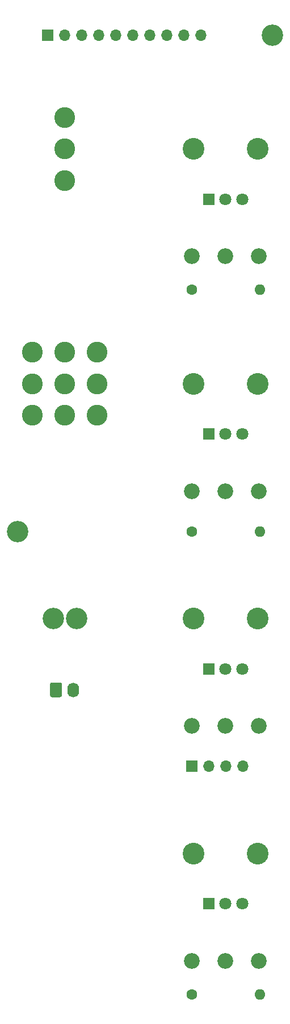
<source format=gbr>
%TF.GenerationSoftware,KiCad,Pcbnew,5.1.10-88a1d61d58~90~ubuntu20.04.1*%
%TF.CreationDate,2021-08-07T13:39:56-04:00*%
%TF.ProjectId,precadsr,70726563-6164-4737-922e-6b696361645f,rev?*%
%TF.SameCoordinates,Original*%
%TF.FileFunction,Soldermask,Top*%
%TF.FilePolarity,Negative*%
%FSLAX46Y46*%
G04 Gerber Fmt 4.6, Leading zero omitted, Abs format (unit mm)*
G04 Created by KiCad (PCBNEW 5.1.10-88a1d61d58~90~ubuntu20.04.1) date 2021-08-07 13:39:56*
%MOMM*%
%LPD*%
G01*
G04 APERTURE LIST*
%ADD10C,3.100000*%
%ADD11O,1.700000X1.700000*%
%ADD12R,1.700000X1.700000*%
%ADD13C,3.200000*%
%ADD14C,1.600000*%
%ADD15O,1.600000X1.600000*%
%ADD16C,3.240000*%
%ADD17C,1.800000*%
%ADD18R,1.800000X1.800000*%
%ADD19O,1.740000X2.200000*%
%ADD20C,2.340000*%
G04 APERTURE END LIST*
D10*
%TO.C,S1*%
X21170000Y-75000000D03*
X21170000Y-79700000D03*
X21170000Y-70300000D03*
X30830000Y-79700000D03*
X30830000Y-75000000D03*
X30830000Y-70300000D03*
X26000000Y-79700000D03*
X26000000Y-75000000D03*
X26000000Y-70300000D03*
%TD*%
D11*
%TO.C,J11*%
X52620000Y-132000000D03*
X50080000Y-132000000D03*
X47540000Y-132000000D03*
D12*
X45000000Y-132000000D03*
%TD*%
D11*
%TO.C,J10*%
X46320000Y-23000000D03*
X43780000Y-23000000D03*
X41240000Y-23000000D03*
X38700000Y-23000000D03*
X36160000Y-23000000D03*
X33620000Y-23000000D03*
X31080000Y-23000000D03*
X28540000Y-23000000D03*
X26000000Y-23000000D03*
D12*
X23460000Y-23000000D03*
%TD*%
D13*
%TO.C,H4*%
X19000000Y-97000000D03*
%TD*%
%TO.C,H2*%
X57000000Y-23000000D03*
%TD*%
D14*
%TO.C,R22*%
X45000000Y-97000000D03*
D15*
X55160000Y-97000000D03*
%TD*%
D14*
%TO.C,R23*%
X45000000Y-166000000D03*
D15*
X55160000Y-166000000D03*
%TD*%
D14*
%TO.C,R21*%
X45000000Y-61000000D03*
D15*
X55160000Y-61000000D03*
%TD*%
D10*
%TO.C,S2*%
X26000000Y-44700000D03*
X26000000Y-35300000D03*
X26000000Y-40000000D03*
%TD*%
D13*
%TO.C,S3*%
X27795000Y-110015000D03*
X24295000Y-110015000D03*
%TD*%
D16*
%TO.C,R30*%
X45200000Y-110000000D03*
X54800000Y-110000000D03*
D17*
X52500000Y-117500000D03*
X50000000Y-117500000D03*
D18*
X47500000Y-117500000D03*
%TD*%
D16*
%TO.C,R26*%
X45200000Y-75000000D03*
X54800000Y-75000000D03*
D17*
X52500000Y-82500000D03*
X50000000Y-82500000D03*
D18*
X47500000Y-82500000D03*
%TD*%
D16*
%TO.C,R28*%
X45200000Y-145000000D03*
X54800000Y-145000000D03*
D17*
X52500000Y-152500000D03*
X50000000Y-152500000D03*
D18*
X47500000Y-152500000D03*
%TD*%
D16*
%TO.C,R24*%
X45200000Y-40000000D03*
X54800000Y-40000000D03*
D17*
X52500000Y-47500000D03*
X50000000Y-47500000D03*
D18*
X47500000Y-47500000D03*
%TD*%
D19*
%TO.C,J12*%
X27268000Y-120617000D03*
G36*
G01*
X23858000Y-121467001D02*
X23858000Y-119766999D01*
G75*
G02*
X24107999Y-119517000I249999J0D01*
G01*
X25348001Y-119517000D01*
G75*
G02*
X25598000Y-119766999I0J-249999D01*
G01*
X25598000Y-121467001D01*
G75*
G02*
X25348001Y-121717000I-249999J0D01*
G01*
X24107999Y-121717000D01*
G75*
G02*
X23858000Y-121467001I0J249999D01*
G01*
G37*
%TD*%
D20*
%TO.C,R31*%
X55000000Y-126000000D03*
X50000000Y-126000000D03*
X45000000Y-126000000D03*
%TD*%
%TO.C,R27*%
X55000000Y-91000000D03*
X50000000Y-91000000D03*
X45000000Y-91000000D03*
%TD*%
%TO.C,R25*%
X55000000Y-56000000D03*
X50000000Y-56000000D03*
X45000000Y-56000000D03*
%TD*%
%TO.C,R29*%
X55000000Y-161000000D03*
X50000000Y-161000000D03*
X45000000Y-161000000D03*
%TD*%
M02*

</source>
